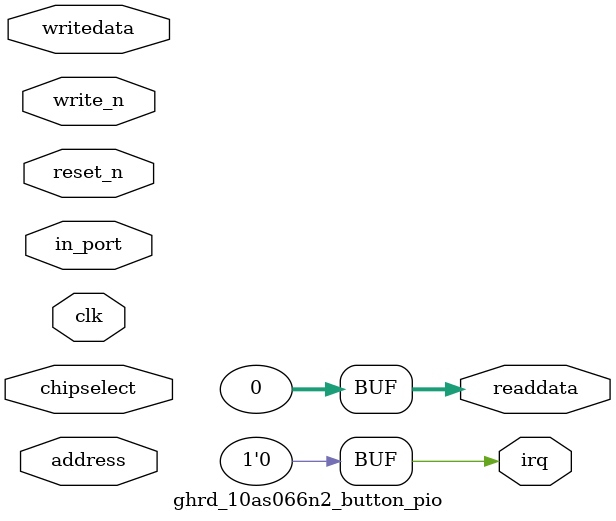
<source format=v>
module ghrd_10as066n2_button_pio(	// file.cleaned.mlir:2:3
  input         clk,	// file.cleaned.mlir:2:43
  input  [3:0]  in_port,	// file.cleaned.mlir:2:57
  input         reset_n,	// file.cleaned.mlir:2:75
  input  [1:0]  address,	// file.cleaned.mlir:2:93
  input         write_n,	// file.cleaned.mlir:2:111
  input  [31:0] writedata,	// file.cleaned.mlir:2:129
  input         chipselect,	// file.cleaned.mlir:2:150
  output        irq,	// file.cleaned.mlir:2:172
  output [31:0] readdata	// file.cleaned.mlir:2:186
);

  assign irq = 1'h0;	// file.cleaned.mlir:3:14, :5:5
  assign readdata = 32'h0;	// file.cleaned.mlir:4:15, :5:5
endmodule


</source>
